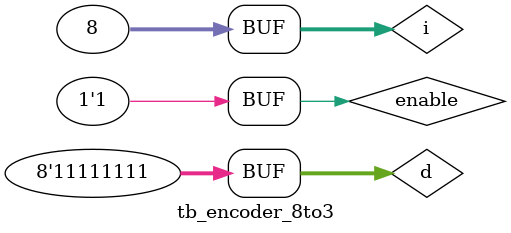
<source format=v>
`timescale 1us/1ns
module tb_encoder_8to3();

    reg [7:0] d;
    reg enable;
    
    wire [2:0] y;

    integer i;

    encoder_3to8 ENC3_8(
        .d(d),
        .enable(enable),
        .y(y)
    );

    initial begin
        $monitor($time, " d = %b, y = %d", d, y);
        #1; d = 0; enable = 0;

        for(i = 0; i < 8; i = i +1) begin
            #1; d = ( 1 << i); enable = 1;
    end
    #1; d = 8'b1111_1111;
    end
endmodule
</source>
